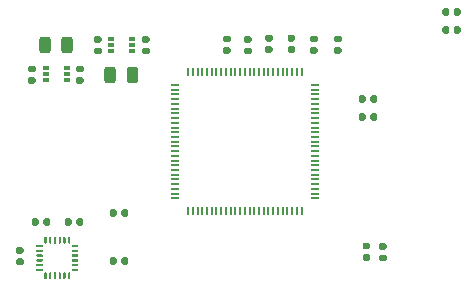
<source format=gtp>
G04 #@! TF.GenerationSoftware,KiCad,Pcbnew,(5.1.6)-1*
G04 #@! TF.CreationDate,2021-09-11T05:23:29-07:00*
G04 #@! TF.ProjectId,scum3c-devboard,7363756d-3363-42d6-9465-76626f617264,rev?*
G04 #@! TF.SameCoordinates,Original*
G04 #@! TF.FileFunction,Paste,Top*
G04 #@! TF.FilePolarity,Positive*
%FSLAX46Y46*%
G04 Gerber Fmt 4.6, Leading zero omitted, Abs format (unit mm)*
G04 Created by KiCad (PCBNEW (5.1.6)-1) date 2021-09-11 05:23:29*
%MOMM*%
%LPD*%
G01*
G04 APERTURE LIST*
%ADD10R,0.500000X0.300000*%
%ADD11O,0.200000X0.800000*%
%ADD12O,0.800000X0.200000*%
G04 APERTURE END LIST*
G04 #@! TO.C,R4*
G36*
G01*
X96601500Y-60665000D02*
X96946500Y-60665000D01*
G75*
G02*
X97094000Y-60812500I0J-147500D01*
G01*
X97094000Y-61107500D01*
G75*
G02*
X96946500Y-61255000I-147500J0D01*
G01*
X96601500Y-61255000D01*
G75*
G02*
X96454000Y-61107500I0J147500D01*
G01*
X96454000Y-60812500D01*
G75*
G02*
X96601500Y-60665000I147500J0D01*
G01*
G37*
G36*
G01*
X96601500Y-59695000D02*
X96946500Y-59695000D01*
G75*
G02*
X97094000Y-59842500I0J-147500D01*
G01*
X97094000Y-60137500D01*
G75*
G02*
X96946500Y-60285000I-147500J0D01*
G01*
X96601500Y-60285000D01*
G75*
G02*
X96454000Y-60137500I0J147500D01*
G01*
X96454000Y-59842500D01*
G75*
G02*
X96601500Y-59695000I147500J0D01*
G01*
G37*
G04 #@! TD*
D10*
G04 #@! TO.C,U3*
X85177999Y-60952000D03*
X85177999Y-60452000D03*
X85177999Y-59952000D03*
X86977999Y-59952000D03*
X86977999Y-60452000D03*
X86977999Y-60952000D03*
G04 #@! TD*
G04 #@! TO.C,U2*
X81446001Y-62440999D03*
X81446001Y-62940999D03*
X81446001Y-63440999D03*
X79646001Y-63440999D03*
X79646001Y-62940999D03*
X79646001Y-62440999D03*
G04 #@! TD*
G04 #@! TO.C,R3*
G36*
G01*
X102189500Y-60619000D02*
X102534500Y-60619000D01*
G75*
G02*
X102682000Y-60766500I0J-147500D01*
G01*
X102682000Y-61061500D01*
G75*
G02*
X102534500Y-61209000I-147500J0D01*
G01*
X102189500Y-61209000D01*
G75*
G02*
X102042000Y-61061500I0J147500D01*
G01*
X102042000Y-60766500D01*
G75*
G02*
X102189500Y-60619000I147500J0D01*
G01*
G37*
G36*
G01*
X102189500Y-59649000D02*
X102534500Y-59649000D01*
G75*
G02*
X102682000Y-59796500I0J-147500D01*
G01*
X102682000Y-60091500D01*
G75*
G02*
X102534500Y-60239000I-147500J0D01*
G01*
X102189500Y-60239000D01*
G75*
G02*
X102042000Y-60091500I0J147500D01*
G01*
X102042000Y-59796500D01*
G75*
G02*
X102189500Y-59649000I147500J0D01*
G01*
G37*
G04 #@! TD*
G04 #@! TO.C,R2*
G36*
G01*
X104566500Y-60239000D02*
X104221500Y-60239000D01*
G75*
G02*
X104074000Y-60091500I0J147500D01*
G01*
X104074000Y-59796500D01*
G75*
G02*
X104221500Y-59649000I147500J0D01*
G01*
X104566500Y-59649000D01*
G75*
G02*
X104714000Y-59796500I0J-147500D01*
G01*
X104714000Y-60091500D01*
G75*
G02*
X104566500Y-60239000I-147500J0D01*
G01*
G37*
G36*
G01*
X104566500Y-61209000D02*
X104221500Y-61209000D01*
G75*
G02*
X104074000Y-61061500I0J147500D01*
G01*
X104074000Y-60766500D01*
G75*
G02*
X104221500Y-60619000I147500J0D01*
G01*
X104566500Y-60619000D01*
G75*
G02*
X104714000Y-60766500I0J-147500D01*
G01*
X104714000Y-61061500D01*
G75*
G02*
X104566500Y-61209000I-147500J0D01*
G01*
G37*
G04 #@! TD*
G04 #@! TO.C,C_1.8_OUT1*
G36*
G01*
X80091000Y-59995750D02*
X80091000Y-60908250D01*
G75*
G02*
X79847250Y-61152000I-243750J0D01*
G01*
X79359750Y-61152000D01*
G75*
G02*
X79116000Y-60908250I0J243750D01*
G01*
X79116000Y-59995750D01*
G75*
G02*
X79359750Y-59752000I243750J0D01*
G01*
X79847250Y-59752000D01*
G75*
G02*
X80091000Y-59995750I0J-243750D01*
G01*
G37*
G36*
G01*
X81966000Y-59995750D02*
X81966000Y-60908250D01*
G75*
G02*
X81722250Y-61152000I-243750J0D01*
G01*
X81234750Y-61152000D01*
G75*
G02*
X80991000Y-60908250I0J243750D01*
G01*
X80991000Y-59995750D01*
G75*
G02*
X81234750Y-59752000I243750J0D01*
G01*
X81722250Y-59752000D01*
G75*
G02*
X81966000Y-59995750I0J-243750D01*
G01*
G37*
G04 #@! TD*
G04 #@! TO.C,C_1.1_OUT1*
G36*
G01*
X86507500Y-63448250D02*
X86507500Y-62535750D01*
G75*
G02*
X86751250Y-62292000I243750J0D01*
G01*
X87238750Y-62292000D01*
G75*
G02*
X87482500Y-62535750I0J-243750D01*
G01*
X87482500Y-63448250D01*
G75*
G02*
X87238750Y-63692000I-243750J0D01*
G01*
X86751250Y-63692000D01*
G75*
G02*
X86507500Y-63448250I0J243750D01*
G01*
G37*
G36*
G01*
X84632500Y-63448250D02*
X84632500Y-62535750D01*
G75*
G02*
X84876250Y-62292000I243750J0D01*
G01*
X85363750Y-62292000D01*
G75*
G02*
X85607500Y-62535750I0J-243750D01*
G01*
X85607500Y-63448250D01*
G75*
G02*
X85363750Y-63692000I-243750J0D01*
G01*
X84876250Y-63692000D01*
G75*
G02*
X84632500Y-63448250I0J243750D01*
G01*
G37*
G04 #@! TD*
G04 #@! TO.C,L2*
G36*
G01*
X88310500Y-60285000D02*
X87965500Y-60285000D01*
G75*
G02*
X87818000Y-60137500I0J147500D01*
G01*
X87818000Y-59842500D01*
G75*
G02*
X87965500Y-59695000I147500J0D01*
G01*
X88310500Y-59695000D01*
G75*
G02*
X88458000Y-59842500I0J-147500D01*
G01*
X88458000Y-60137500D01*
G75*
G02*
X88310500Y-60285000I-147500J0D01*
G01*
G37*
G36*
G01*
X88310500Y-61255000D02*
X87965500Y-61255000D01*
G75*
G02*
X87818000Y-61107500I0J147500D01*
G01*
X87818000Y-60812500D01*
G75*
G02*
X87965500Y-60665000I147500J0D01*
G01*
X88310500Y-60665000D01*
G75*
G02*
X88458000Y-60812500I0J-147500D01*
G01*
X88458000Y-61107500D01*
G75*
G02*
X88310500Y-61255000I-147500J0D01*
G01*
G37*
G04 #@! TD*
G04 #@! TO.C,L1*
G36*
G01*
X78313500Y-63159000D02*
X78658500Y-63159000D01*
G75*
G02*
X78806000Y-63306500I0J-147500D01*
G01*
X78806000Y-63601500D01*
G75*
G02*
X78658500Y-63749000I-147500J0D01*
G01*
X78313500Y-63749000D01*
G75*
G02*
X78166000Y-63601500I0J147500D01*
G01*
X78166000Y-63306500D01*
G75*
G02*
X78313500Y-63159000I147500J0D01*
G01*
G37*
G36*
G01*
X78313500Y-62189000D02*
X78658500Y-62189000D01*
G75*
G02*
X78806000Y-62336500I0J-147500D01*
G01*
X78806000Y-62631500D01*
G75*
G02*
X78658500Y-62779000I-147500J0D01*
G01*
X78313500Y-62779000D01*
G75*
G02*
X78166000Y-62631500I0J147500D01*
G01*
X78166000Y-62336500D01*
G75*
G02*
X78313500Y-62189000I147500J0D01*
G01*
G37*
G04 #@! TD*
G04 #@! TO.C,C_1.1_IN1*
G36*
G01*
X84246500Y-60285000D02*
X83901500Y-60285000D01*
G75*
G02*
X83754000Y-60137500I0J147500D01*
G01*
X83754000Y-59842500D01*
G75*
G02*
X83901500Y-59695000I147500J0D01*
G01*
X84246500Y-59695000D01*
G75*
G02*
X84394000Y-59842500I0J-147500D01*
G01*
X84394000Y-60137500D01*
G75*
G02*
X84246500Y-60285000I-147500J0D01*
G01*
G37*
G36*
G01*
X84246500Y-61255000D02*
X83901500Y-61255000D01*
G75*
G02*
X83754000Y-61107500I0J147500D01*
G01*
X83754000Y-60812500D01*
G75*
G02*
X83901500Y-60665000I147500J0D01*
G01*
X84246500Y-60665000D01*
G75*
G02*
X84394000Y-60812500I0J-147500D01*
G01*
X84394000Y-61107500D01*
G75*
G02*
X84246500Y-61255000I-147500J0D01*
G01*
G37*
G04 #@! TD*
G04 #@! TO.C,C_1.8_IN1*
G36*
G01*
X82377500Y-63159000D02*
X82722500Y-63159000D01*
G75*
G02*
X82870000Y-63306500I0J-147500D01*
G01*
X82870000Y-63601500D01*
G75*
G02*
X82722500Y-63749000I-147500J0D01*
G01*
X82377500Y-63749000D01*
G75*
G02*
X82230000Y-63601500I0J147500D01*
G01*
X82230000Y-63306500D01*
G75*
G02*
X82377500Y-63159000I147500J0D01*
G01*
G37*
G36*
G01*
X82377500Y-62189000D02*
X82722500Y-62189000D01*
G75*
G02*
X82870000Y-62336500I0J-147500D01*
G01*
X82870000Y-62631500D01*
G75*
G02*
X82722500Y-62779000I-147500J0D01*
G01*
X82377500Y-62779000D01*
G75*
G02*
X82230000Y-62631500I0J147500D01*
G01*
X82230000Y-62336500D01*
G75*
G02*
X82377500Y-62189000I147500J0D01*
G01*
G37*
G04 #@! TD*
G04 #@! TO.C,R1*
G36*
G01*
X107147000Y-65196500D02*
X107147000Y-64851500D01*
G75*
G02*
X107294500Y-64704000I147500J0D01*
G01*
X107589500Y-64704000D01*
G75*
G02*
X107737000Y-64851500I0J-147500D01*
G01*
X107737000Y-65196500D01*
G75*
G02*
X107589500Y-65344000I-147500J0D01*
G01*
X107294500Y-65344000D01*
G75*
G02*
X107147000Y-65196500I0J147500D01*
G01*
G37*
G36*
G01*
X106177000Y-65196500D02*
X106177000Y-64851500D01*
G75*
G02*
X106324500Y-64704000I147500J0D01*
G01*
X106619500Y-64704000D01*
G75*
G02*
X106767000Y-64851500I0J-147500D01*
G01*
X106767000Y-65196500D01*
G75*
G02*
X106619500Y-65344000I-147500J0D01*
G01*
X106324500Y-65344000D01*
G75*
G02*
X106177000Y-65196500I0J147500D01*
G01*
G37*
G04 #@! TD*
G04 #@! TO.C,C13*
G36*
G01*
X100629500Y-60158000D02*
X100284500Y-60158000D01*
G75*
G02*
X100137000Y-60010500I0J147500D01*
G01*
X100137000Y-59715500D01*
G75*
G02*
X100284500Y-59568000I147500J0D01*
G01*
X100629500Y-59568000D01*
G75*
G02*
X100777000Y-59715500I0J-147500D01*
G01*
X100777000Y-60010500D01*
G75*
G02*
X100629500Y-60158000I-147500J0D01*
G01*
G37*
G36*
G01*
X100629500Y-61128000D02*
X100284500Y-61128000D01*
G75*
G02*
X100137000Y-60980500I0J147500D01*
G01*
X100137000Y-60685500D01*
G75*
G02*
X100284500Y-60538000I147500J0D01*
G01*
X100629500Y-60538000D01*
G75*
G02*
X100777000Y-60685500I0J-147500D01*
G01*
X100777000Y-60980500D01*
G75*
G02*
X100629500Y-61128000I-147500J0D01*
G01*
G37*
G04 #@! TD*
G04 #@! TO.C,C12*
G36*
G01*
X98724500Y-60158000D02*
X98379500Y-60158000D01*
G75*
G02*
X98232000Y-60010500I0J147500D01*
G01*
X98232000Y-59715500D01*
G75*
G02*
X98379500Y-59568000I147500J0D01*
G01*
X98724500Y-59568000D01*
G75*
G02*
X98872000Y-59715500I0J-147500D01*
G01*
X98872000Y-60010500D01*
G75*
G02*
X98724500Y-60158000I-147500J0D01*
G01*
G37*
G36*
G01*
X98724500Y-61128000D02*
X98379500Y-61128000D01*
G75*
G02*
X98232000Y-60980500I0J147500D01*
G01*
X98232000Y-60685500D01*
G75*
G02*
X98379500Y-60538000I147500J0D01*
G01*
X98724500Y-60538000D01*
G75*
G02*
X98872000Y-60685500I0J-147500D01*
G01*
X98872000Y-60980500D01*
G75*
G02*
X98724500Y-61128000I-147500J0D01*
G01*
G37*
G04 #@! TD*
G04 #@! TO.C,C11*
G36*
G01*
X106767000Y-66375500D02*
X106767000Y-66720500D01*
G75*
G02*
X106619500Y-66868000I-147500J0D01*
G01*
X106324500Y-66868000D01*
G75*
G02*
X106177000Y-66720500I0J147500D01*
G01*
X106177000Y-66375500D01*
G75*
G02*
X106324500Y-66228000I147500J0D01*
G01*
X106619500Y-66228000D01*
G75*
G02*
X106767000Y-66375500I0J-147500D01*
G01*
G37*
G36*
G01*
X107737000Y-66375500D02*
X107737000Y-66720500D01*
G75*
G02*
X107589500Y-66868000I-147500J0D01*
G01*
X107294500Y-66868000D01*
G75*
G02*
X107147000Y-66720500I0J147500D01*
G01*
X107147000Y-66375500D01*
G75*
G02*
X107294500Y-66228000I147500J0D01*
G01*
X107589500Y-66228000D01*
G75*
G02*
X107737000Y-66375500I0J-147500D01*
G01*
G37*
G04 #@! TD*
G04 #@! TO.C,C10*
G36*
G01*
X95168500Y-60239000D02*
X94823500Y-60239000D01*
G75*
G02*
X94676000Y-60091500I0J147500D01*
G01*
X94676000Y-59796500D01*
G75*
G02*
X94823500Y-59649000I147500J0D01*
G01*
X95168500Y-59649000D01*
G75*
G02*
X95316000Y-59796500I0J-147500D01*
G01*
X95316000Y-60091500D01*
G75*
G02*
X95168500Y-60239000I-147500J0D01*
G01*
G37*
G36*
G01*
X95168500Y-61209000D02*
X94823500Y-61209000D01*
G75*
G02*
X94676000Y-61061500I0J147500D01*
G01*
X94676000Y-60766500D01*
G75*
G02*
X94823500Y-60619000I147500J0D01*
G01*
X95168500Y-60619000D01*
G75*
G02*
X95316000Y-60766500I0J-147500D01*
G01*
X95316000Y-61061500D01*
G75*
G02*
X95168500Y-61209000I-147500J0D01*
G01*
G37*
G04 #@! TD*
G04 #@! TO.C,C9*
G36*
G01*
X108031500Y-78191000D02*
X108376500Y-78191000D01*
G75*
G02*
X108524000Y-78338500I0J-147500D01*
G01*
X108524000Y-78633500D01*
G75*
G02*
X108376500Y-78781000I-147500J0D01*
G01*
X108031500Y-78781000D01*
G75*
G02*
X107884000Y-78633500I0J147500D01*
G01*
X107884000Y-78338500D01*
G75*
G02*
X108031500Y-78191000I147500J0D01*
G01*
G37*
G36*
G01*
X108031500Y-77221000D02*
X108376500Y-77221000D01*
G75*
G02*
X108524000Y-77368500I0J-147500D01*
G01*
X108524000Y-77663500D01*
G75*
G02*
X108376500Y-77811000I-147500J0D01*
G01*
X108031500Y-77811000D01*
G75*
G02*
X107884000Y-77663500I0J147500D01*
G01*
X107884000Y-77368500D01*
G75*
G02*
X108031500Y-77221000I147500J0D01*
G01*
G37*
G04 #@! TD*
G04 #@! TO.C,C8*
G36*
G01*
X106634500Y-78145000D02*
X106979500Y-78145000D01*
G75*
G02*
X107127000Y-78292500I0J-147500D01*
G01*
X107127000Y-78587500D01*
G75*
G02*
X106979500Y-78735000I-147500J0D01*
G01*
X106634500Y-78735000D01*
G75*
G02*
X106487000Y-78587500I0J147500D01*
G01*
X106487000Y-78292500D01*
G75*
G02*
X106634500Y-78145000I147500J0D01*
G01*
G37*
G36*
G01*
X106634500Y-77175000D02*
X106979500Y-77175000D01*
G75*
G02*
X107127000Y-77322500I0J-147500D01*
G01*
X107127000Y-77617500D01*
G75*
G02*
X106979500Y-77765000I-147500J0D01*
G01*
X106634500Y-77765000D01*
G75*
G02*
X106487000Y-77617500I0J147500D01*
G01*
X106487000Y-77322500D01*
G75*
G02*
X106634500Y-77175000I147500J0D01*
G01*
G37*
G04 #@! TD*
G04 #@! TO.C,C7*
G36*
G01*
X114213000Y-59354500D02*
X114213000Y-59009500D01*
G75*
G02*
X114360500Y-58862000I147500J0D01*
G01*
X114655500Y-58862000D01*
G75*
G02*
X114803000Y-59009500I0J-147500D01*
G01*
X114803000Y-59354500D01*
G75*
G02*
X114655500Y-59502000I-147500J0D01*
G01*
X114360500Y-59502000D01*
G75*
G02*
X114213000Y-59354500I0J147500D01*
G01*
G37*
G36*
G01*
X113243000Y-59354500D02*
X113243000Y-59009500D01*
G75*
G02*
X113390500Y-58862000I147500J0D01*
G01*
X113685500Y-58862000D01*
G75*
G02*
X113833000Y-59009500I0J-147500D01*
G01*
X113833000Y-59354500D01*
G75*
G02*
X113685500Y-59502000I-147500J0D01*
G01*
X113390500Y-59502000D01*
G75*
G02*
X113243000Y-59354500I0J147500D01*
G01*
G37*
G04 #@! TD*
G04 #@! TO.C,C6*
G36*
G01*
X114213000Y-57830500D02*
X114213000Y-57485500D01*
G75*
G02*
X114360500Y-57338000I147500J0D01*
G01*
X114655500Y-57338000D01*
G75*
G02*
X114803000Y-57485500I0J-147500D01*
G01*
X114803000Y-57830500D01*
G75*
G02*
X114655500Y-57978000I-147500J0D01*
G01*
X114360500Y-57978000D01*
G75*
G02*
X114213000Y-57830500I0J147500D01*
G01*
G37*
G36*
G01*
X113243000Y-57830500D02*
X113243000Y-57485500D01*
G75*
G02*
X113390500Y-57338000I147500J0D01*
G01*
X113685500Y-57338000D01*
G75*
G02*
X113833000Y-57485500I0J-147500D01*
G01*
X113833000Y-57830500D01*
G75*
G02*
X113685500Y-57978000I-147500J0D01*
G01*
X113390500Y-57978000D01*
G75*
G02*
X113243000Y-57830500I0J147500D01*
G01*
G37*
G04 #@! TD*
G04 #@! TO.C,C5*
G36*
G01*
X85685000Y-74503500D02*
X85685000Y-74848500D01*
G75*
G02*
X85537500Y-74996000I-147500J0D01*
G01*
X85242500Y-74996000D01*
G75*
G02*
X85095000Y-74848500I0J147500D01*
G01*
X85095000Y-74503500D01*
G75*
G02*
X85242500Y-74356000I147500J0D01*
G01*
X85537500Y-74356000D01*
G75*
G02*
X85685000Y-74503500I0J-147500D01*
G01*
G37*
G36*
G01*
X86655000Y-74503500D02*
X86655000Y-74848500D01*
G75*
G02*
X86507500Y-74996000I-147500J0D01*
G01*
X86212500Y-74996000D01*
G75*
G02*
X86065000Y-74848500I0J147500D01*
G01*
X86065000Y-74503500D01*
G75*
G02*
X86212500Y-74356000I147500J0D01*
G01*
X86507500Y-74356000D01*
G75*
G02*
X86655000Y-74503500I0J-147500D01*
G01*
G37*
G04 #@! TD*
G04 #@! TO.C,C4*
G36*
G01*
X85662000Y-78567500D02*
X85662000Y-78912500D01*
G75*
G02*
X85514500Y-79060000I-147500J0D01*
G01*
X85219500Y-79060000D01*
G75*
G02*
X85072000Y-78912500I0J147500D01*
G01*
X85072000Y-78567500D01*
G75*
G02*
X85219500Y-78420000I147500J0D01*
G01*
X85514500Y-78420000D01*
G75*
G02*
X85662000Y-78567500I0J-147500D01*
G01*
G37*
G36*
G01*
X86632000Y-78567500D02*
X86632000Y-78912500D01*
G75*
G02*
X86484500Y-79060000I-147500J0D01*
G01*
X86189500Y-79060000D01*
G75*
G02*
X86042000Y-78912500I0J147500D01*
G01*
X86042000Y-78567500D01*
G75*
G02*
X86189500Y-78420000I147500J0D01*
G01*
X86484500Y-78420000D01*
G75*
G02*
X86632000Y-78567500I0J-147500D01*
G01*
G37*
G04 #@! TD*
D11*
G04 #@! TO.C,U1*
X91720000Y-62738000D03*
X92120000Y-62738000D03*
X92520000Y-62738000D03*
X92920000Y-62738000D03*
X93320000Y-62738000D03*
X93720000Y-62738000D03*
X94120000Y-62738000D03*
X94520000Y-62738000D03*
X94920000Y-62738000D03*
X95320000Y-62738000D03*
X95720000Y-62738000D03*
X96120000Y-62738000D03*
X96520000Y-62738000D03*
X96920000Y-62738000D03*
X97320000Y-62738000D03*
X97720000Y-62738000D03*
X98120000Y-62738000D03*
X98520000Y-62738000D03*
X98920000Y-62738000D03*
X99320000Y-62738000D03*
X99720000Y-62738000D03*
X100120000Y-62738000D03*
X100520000Y-62738000D03*
X100920000Y-62738000D03*
X101320000Y-62738000D03*
D12*
X102420000Y-63838000D03*
X102420000Y-64238000D03*
X102420000Y-64638000D03*
X102420000Y-65038000D03*
X102420000Y-65438000D03*
X102420000Y-65838000D03*
X102420000Y-66238000D03*
X102420000Y-66638000D03*
X102420000Y-67038000D03*
X102420000Y-67438000D03*
X102420000Y-67838000D03*
X102420000Y-68238000D03*
X102420000Y-68638000D03*
X102420000Y-69038000D03*
X102420000Y-69438000D03*
X102420000Y-69838000D03*
X102420000Y-70238000D03*
X102420000Y-70638000D03*
X102420000Y-71038000D03*
X102420000Y-71438000D03*
X102420000Y-71838000D03*
X102420000Y-72238000D03*
X102420000Y-72638000D03*
X102420000Y-73038000D03*
X102420000Y-73438000D03*
D11*
X101320000Y-74538000D03*
X100920000Y-74538000D03*
X100520000Y-74538000D03*
X100120000Y-74538000D03*
X99720000Y-74538000D03*
X99320000Y-74538000D03*
X98920000Y-74538000D03*
X98520000Y-74538000D03*
X98120000Y-74538000D03*
X97720000Y-74538000D03*
X97320000Y-74538000D03*
X96920000Y-74538000D03*
X96520000Y-74538000D03*
X96120000Y-74538000D03*
X95720000Y-74538000D03*
X95320000Y-74538000D03*
X94920000Y-74538000D03*
X94520000Y-74538000D03*
X94120000Y-74538000D03*
X93720000Y-74538000D03*
X93320000Y-74538000D03*
X92920000Y-74538000D03*
X92520000Y-74538000D03*
X92120000Y-74538000D03*
X91720000Y-74538000D03*
D12*
X90620000Y-73438000D03*
X90620000Y-73038000D03*
X90620000Y-72638000D03*
X90620000Y-72238000D03*
X90620000Y-71838000D03*
X90620000Y-71438000D03*
X90620000Y-71038000D03*
X90620000Y-70638000D03*
X90620000Y-70238000D03*
X90620000Y-69838000D03*
X90620000Y-69438000D03*
X90620000Y-69038000D03*
X90620000Y-68638000D03*
X90620000Y-68238000D03*
X90620000Y-67838000D03*
X90620000Y-67438000D03*
X90620000Y-67038000D03*
X90620000Y-66638000D03*
X90620000Y-66238000D03*
X90620000Y-65838000D03*
X90620000Y-65438000D03*
X90620000Y-65038000D03*
X90620000Y-64638000D03*
X90620000Y-64238000D03*
X90620000Y-63838000D03*
G04 #@! TD*
G04 #@! TO.C,C3*
G36*
G01*
X80051000Y-75265500D02*
X80051000Y-75610500D01*
G75*
G02*
X79903500Y-75758000I-147500J0D01*
G01*
X79608500Y-75758000D01*
G75*
G02*
X79461000Y-75610500I0J147500D01*
G01*
X79461000Y-75265500D01*
G75*
G02*
X79608500Y-75118000I147500J0D01*
G01*
X79903500Y-75118000D01*
G75*
G02*
X80051000Y-75265500I0J-147500D01*
G01*
G37*
G36*
G01*
X79081000Y-75265500D02*
X79081000Y-75610500D01*
G75*
G02*
X78933500Y-75758000I-147500J0D01*
G01*
X78638500Y-75758000D01*
G75*
G02*
X78491000Y-75610500I0J147500D01*
G01*
X78491000Y-75265500D01*
G75*
G02*
X78638500Y-75118000I147500J0D01*
G01*
X78933500Y-75118000D01*
G75*
G02*
X79081000Y-75265500I0J-147500D01*
G01*
G37*
G04 #@! TD*
G04 #@! TO.C,C2*
G36*
G01*
X77297500Y-77556000D02*
X77642500Y-77556000D01*
G75*
G02*
X77790000Y-77703500I0J-147500D01*
G01*
X77790000Y-77998500D01*
G75*
G02*
X77642500Y-78146000I-147500J0D01*
G01*
X77297500Y-78146000D01*
G75*
G02*
X77150000Y-77998500I0J147500D01*
G01*
X77150000Y-77703500D01*
G75*
G02*
X77297500Y-77556000I147500J0D01*
G01*
G37*
G36*
G01*
X77297500Y-78526000D02*
X77642500Y-78526000D01*
G75*
G02*
X77790000Y-78673500I0J-147500D01*
G01*
X77790000Y-78968500D01*
G75*
G02*
X77642500Y-79116000I-147500J0D01*
G01*
X77297500Y-79116000D01*
G75*
G02*
X77150000Y-78968500I0J147500D01*
G01*
X77150000Y-78673500D01*
G75*
G02*
X77297500Y-78526000I147500J0D01*
G01*
G37*
G04 #@! TD*
G04 #@! TO.C,C1*
G36*
G01*
X81285000Y-75610500D02*
X81285000Y-75265500D01*
G75*
G02*
X81432500Y-75118000I147500J0D01*
G01*
X81727500Y-75118000D01*
G75*
G02*
X81875000Y-75265500I0J-147500D01*
G01*
X81875000Y-75610500D01*
G75*
G02*
X81727500Y-75758000I-147500J0D01*
G01*
X81432500Y-75758000D01*
G75*
G02*
X81285000Y-75610500I0J147500D01*
G01*
G37*
G36*
G01*
X82255000Y-75610500D02*
X82255000Y-75265500D01*
G75*
G02*
X82402500Y-75118000I147500J0D01*
G01*
X82697500Y-75118000D01*
G75*
G02*
X82845000Y-75265500I0J-147500D01*
G01*
X82845000Y-75610500D01*
G75*
G02*
X82697500Y-75758000I-147500J0D01*
G01*
X82402500Y-75758000D01*
G75*
G02*
X82255000Y-75610500I0J147500D01*
G01*
G37*
G04 #@! TD*
G04 #@! TO.C,U9AB1*
G36*
G01*
X82420000Y-79436000D02*
X82420000Y-79536000D01*
G75*
G02*
X82370000Y-79586000I-50000J0D01*
G01*
X81920000Y-79586000D01*
G75*
G02*
X81870000Y-79536000I0J50000D01*
G01*
X81870000Y-79436000D01*
G75*
G02*
X81920000Y-79386000I50000J0D01*
G01*
X82370000Y-79386000D01*
G75*
G02*
X82420000Y-79436000I0J-50000D01*
G01*
G37*
G36*
G01*
X82420000Y-79036000D02*
X82420000Y-79136000D01*
G75*
G02*
X82370000Y-79186000I-50000J0D01*
G01*
X81920000Y-79186000D01*
G75*
G02*
X81870000Y-79136000I0J50000D01*
G01*
X81870000Y-79036000D01*
G75*
G02*
X81920000Y-78986000I50000J0D01*
G01*
X82370000Y-78986000D01*
G75*
G02*
X82420000Y-79036000I0J-50000D01*
G01*
G37*
G36*
G01*
X82420000Y-78636000D02*
X82420000Y-78736000D01*
G75*
G02*
X82370000Y-78786000I-50000J0D01*
G01*
X81920000Y-78786000D01*
G75*
G02*
X81870000Y-78736000I0J50000D01*
G01*
X81870000Y-78636000D01*
G75*
G02*
X81920000Y-78586000I50000J0D01*
G01*
X82370000Y-78586000D01*
G75*
G02*
X82420000Y-78636000I0J-50000D01*
G01*
G37*
G36*
G01*
X82420000Y-78236000D02*
X82420000Y-78336000D01*
G75*
G02*
X82370000Y-78386000I-50000J0D01*
G01*
X81920000Y-78386000D01*
G75*
G02*
X81870000Y-78336000I0J50000D01*
G01*
X81870000Y-78236000D01*
G75*
G02*
X81920000Y-78186000I50000J0D01*
G01*
X82370000Y-78186000D01*
G75*
G02*
X82420000Y-78236000I0J-50000D01*
G01*
G37*
G36*
G01*
X82420000Y-77836000D02*
X82420000Y-77936000D01*
G75*
G02*
X82370000Y-77986000I-50000J0D01*
G01*
X81920000Y-77986000D01*
G75*
G02*
X81870000Y-77936000I0J50000D01*
G01*
X81870000Y-77836000D01*
G75*
G02*
X81920000Y-77786000I50000J0D01*
G01*
X82370000Y-77786000D01*
G75*
G02*
X82420000Y-77836000I0J-50000D01*
G01*
G37*
G36*
G01*
X82420000Y-77436000D02*
X82420000Y-77536000D01*
G75*
G02*
X82370000Y-77586000I-50000J0D01*
G01*
X81920000Y-77586000D01*
G75*
G02*
X81870000Y-77536000I0J50000D01*
G01*
X81870000Y-77436000D01*
G75*
G02*
X81920000Y-77386000I50000J0D01*
G01*
X82370000Y-77386000D01*
G75*
G02*
X82420000Y-77436000I0J-50000D01*
G01*
G37*
G36*
G01*
X81595000Y-76711000D02*
X81695000Y-76711000D01*
G75*
G02*
X81745000Y-76761000I0J-50000D01*
G01*
X81745000Y-77211000D01*
G75*
G02*
X81695000Y-77261000I-50000J0D01*
G01*
X81595000Y-77261000D01*
G75*
G02*
X81545000Y-77211000I0J50000D01*
G01*
X81545000Y-76761000D01*
G75*
G02*
X81595000Y-76711000I50000J0D01*
G01*
G37*
G36*
G01*
X81195000Y-76711000D02*
X81295000Y-76711000D01*
G75*
G02*
X81345000Y-76761000I0J-50000D01*
G01*
X81345000Y-77211000D01*
G75*
G02*
X81295000Y-77261000I-50000J0D01*
G01*
X81195000Y-77261000D01*
G75*
G02*
X81145000Y-77211000I0J50000D01*
G01*
X81145000Y-76761000D01*
G75*
G02*
X81195000Y-76711000I50000J0D01*
G01*
G37*
G36*
G01*
X80795000Y-76711000D02*
X80895000Y-76711000D01*
G75*
G02*
X80945000Y-76761000I0J-50000D01*
G01*
X80945000Y-77211000D01*
G75*
G02*
X80895000Y-77261000I-50000J0D01*
G01*
X80795000Y-77261000D01*
G75*
G02*
X80745000Y-77211000I0J50000D01*
G01*
X80745000Y-76761000D01*
G75*
G02*
X80795000Y-76711000I50000J0D01*
G01*
G37*
G36*
G01*
X80395000Y-76711000D02*
X80495000Y-76711000D01*
G75*
G02*
X80545000Y-76761000I0J-50000D01*
G01*
X80545000Y-77211000D01*
G75*
G02*
X80495000Y-77261000I-50000J0D01*
G01*
X80395000Y-77261000D01*
G75*
G02*
X80345000Y-77211000I0J50000D01*
G01*
X80345000Y-76761000D01*
G75*
G02*
X80395000Y-76711000I50000J0D01*
G01*
G37*
G36*
G01*
X79995000Y-76711000D02*
X80095000Y-76711000D01*
G75*
G02*
X80145000Y-76761000I0J-50000D01*
G01*
X80145000Y-77211000D01*
G75*
G02*
X80095000Y-77261000I-50000J0D01*
G01*
X79995000Y-77261000D01*
G75*
G02*
X79945000Y-77211000I0J50000D01*
G01*
X79945000Y-76761000D01*
G75*
G02*
X79995000Y-76711000I50000J0D01*
G01*
G37*
G36*
G01*
X79595000Y-76711000D02*
X79695000Y-76711000D01*
G75*
G02*
X79745000Y-76761000I0J-50000D01*
G01*
X79745000Y-77211000D01*
G75*
G02*
X79695000Y-77261000I-50000J0D01*
G01*
X79595000Y-77261000D01*
G75*
G02*
X79545000Y-77211000I0J50000D01*
G01*
X79545000Y-76761000D01*
G75*
G02*
X79595000Y-76711000I50000J0D01*
G01*
G37*
G36*
G01*
X79420000Y-77436000D02*
X79420000Y-77536000D01*
G75*
G02*
X79370000Y-77586000I-50000J0D01*
G01*
X78920000Y-77586000D01*
G75*
G02*
X78870000Y-77536000I0J50000D01*
G01*
X78870000Y-77436000D01*
G75*
G02*
X78920000Y-77386000I50000J0D01*
G01*
X79370000Y-77386000D01*
G75*
G02*
X79420000Y-77436000I0J-50000D01*
G01*
G37*
G36*
G01*
X79420000Y-77836000D02*
X79420000Y-77936000D01*
G75*
G02*
X79370000Y-77986000I-50000J0D01*
G01*
X78920000Y-77986000D01*
G75*
G02*
X78870000Y-77936000I0J50000D01*
G01*
X78870000Y-77836000D01*
G75*
G02*
X78920000Y-77786000I50000J0D01*
G01*
X79370000Y-77786000D01*
G75*
G02*
X79420000Y-77836000I0J-50000D01*
G01*
G37*
G36*
G01*
X79420000Y-78236000D02*
X79420000Y-78336000D01*
G75*
G02*
X79370000Y-78386000I-50000J0D01*
G01*
X78920000Y-78386000D01*
G75*
G02*
X78870000Y-78336000I0J50000D01*
G01*
X78870000Y-78236000D01*
G75*
G02*
X78920000Y-78186000I50000J0D01*
G01*
X79370000Y-78186000D01*
G75*
G02*
X79420000Y-78236000I0J-50000D01*
G01*
G37*
G36*
G01*
X79420000Y-78636000D02*
X79420000Y-78736000D01*
G75*
G02*
X79370000Y-78786000I-50000J0D01*
G01*
X78920000Y-78786000D01*
G75*
G02*
X78870000Y-78736000I0J50000D01*
G01*
X78870000Y-78636000D01*
G75*
G02*
X78920000Y-78586000I50000J0D01*
G01*
X79370000Y-78586000D01*
G75*
G02*
X79420000Y-78636000I0J-50000D01*
G01*
G37*
G36*
G01*
X79420000Y-79036000D02*
X79420000Y-79136000D01*
G75*
G02*
X79370000Y-79186000I-50000J0D01*
G01*
X78920000Y-79186000D01*
G75*
G02*
X78870000Y-79136000I0J50000D01*
G01*
X78870000Y-79036000D01*
G75*
G02*
X78920000Y-78986000I50000J0D01*
G01*
X79370000Y-78986000D01*
G75*
G02*
X79420000Y-79036000I0J-50000D01*
G01*
G37*
G36*
G01*
X79420000Y-79436000D02*
X79420000Y-79536000D01*
G75*
G02*
X79370000Y-79586000I-50000J0D01*
G01*
X78920000Y-79586000D01*
G75*
G02*
X78870000Y-79536000I0J50000D01*
G01*
X78870000Y-79436000D01*
G75*
G02*
X78920000Y-79386000I50000J0D01*
G01*
X79370000Y-79386000D01*
G75*
G02*
X79420000Y-79436000I0J-50000D01*
G01*
G37*
G36*
G01*
X79595000Y-79711000D02*
X79695000Y-79711000D01*
G75*
G02*
X79745000Y-79761000I0J-50000D01*
G01*
X79745000Y-80211000D01*
G75*
G02*
X79695000Y-80261000I-50000J0D01*
G01*
X79595000Y-80261000D01*
G75*
G02*
X79545000Y-80211000I0J50000D01*
G01*
X79545000Y-79761000D01*
G75*
G02*
X79595000Y-79711000I50000J0D01*
G01*
G37*
G36*
G01*
X79995000Y-79711000D02*
X80095000Y-79711000D01*
G75*
G02*
X80145000Y-79761000I0J-50000D01*
G01*
X80145000Y-80211000D01*
G75*
G02*
X80095000Y-80261000I-50000J0D01*
G01*
X79995000Y-80261000D01*
G75*
G02*
X79945000Y-80211000I0J50000D01*
G01*
X79945000Y-79761000D01*
G75*
G02*
X79995000Y-79711000I50000J0D01*
G01*
G37*
G36*
G01*
X80395000Y-79711000D02*
X80495000Y-79711000D01*
G75*
G02*
X80545000Y-79761000I0J-50000D01*
G01*
X80545000Y-80211000D01*
G75*
G02*
X80495000Y-80261000I-50000J0D01*
G01*
X80395000Y-80261000D01*
G75*
G02*
X80345000Y-80211000I0J50000D01*
G01*
X80345000Y-79761000D01*
G75*
G02*
X80395000Y-79711000I50000J0D01*
G01*
G37*
G36*
G01*
X80795000Y-79711000D02*
X80895000Y-79711000D01*
G75*
G02*
X80945000Y-79761000I0J-50000D01*
G01*
X80945000Y-80211000D01*
G75*
G02*
X80895000Y-80261000I-50000J0D01*
G01*
X80795000Y-80261000D01*
G75*
G02*
X80745000Y-80211000I0J50000D01*
G01*
X80745000Y-79761000D01*
G75*
G02*
X80795000Y-79711000I50000J0D01*
G01*
G37*
G36*
G01*
X81195000Y-79711000D02*
X81295000Y-79711000D01*
G75*
G02*
X81345000Y-79761000I0J-50000D01*
G01*
X81345000Y-80211000D01*
G75*
G02*
X81295000Y-80261000I-50000J0D01*
G01*
X81195000Y-80261000D01*
G75*
G02*
X81145000Y-80211000I0J50000D01*
G01*
X81145000Y-79761000D01*
G75*
G02*
X81195000Y-79711000I50000J0D01*
G01*
G37*
G36*
G01*
X81595000Y-79711000D02*
X81695000Y-79711000D01*
G75*
G02*
X81745000Y-79761000I0J-50000D01*
G01*
X81745000Y-80211000D01*
G75*
G02*
X81695000Y-80261000I-50000J0D01*
G01*
X81595000Y-80261000D01*
G75*
G02*
X81545000Y-80211000I0J50000D01*
G01*
X81545000Y-79761000D01*
G75*
G02*
X81595000Y-79711000I50000J0D01*
G01*
G37*
G04 #@! TD*
M02*

</source>
